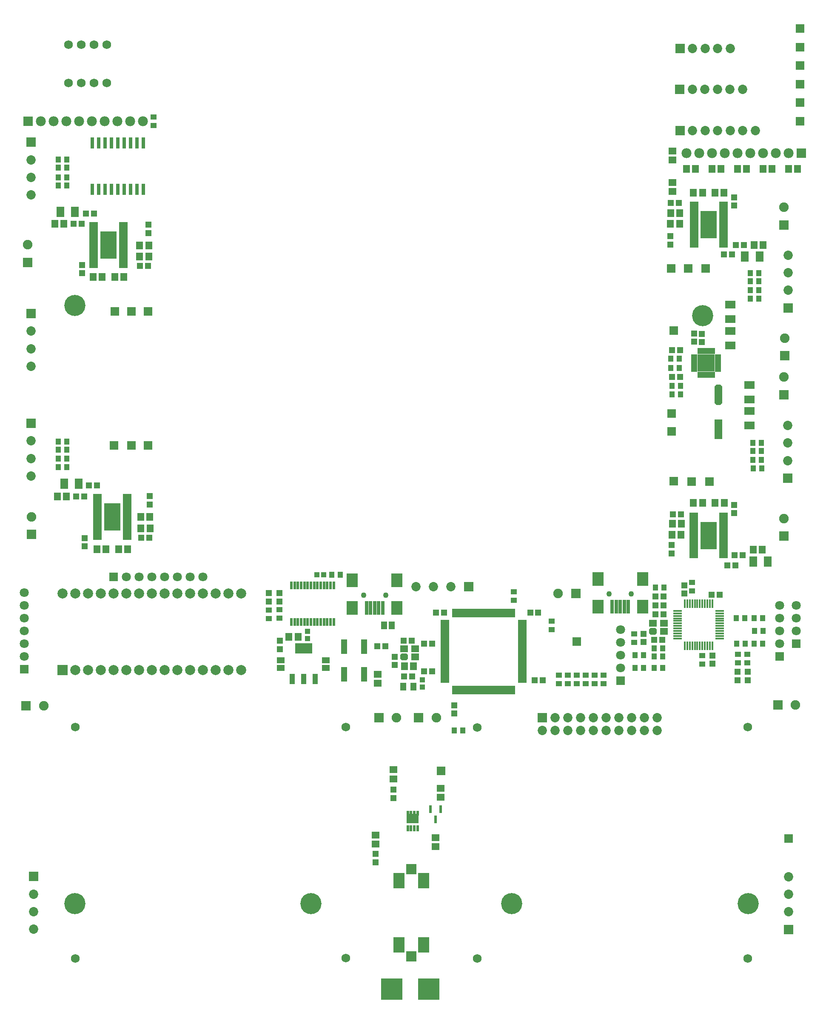
<source format=gbr>
%TF.GenerationSoftware,Altium Limited,Altium NEXUS,2.1.5 (53)*%
G04 Layer_Color=8388736*
%FSLAX44Y44*%
%MOMM*%
%TF.FileFunction,Soldermask,Top*%
%TF.Part,Single*%
G01*
G75*
%TA.AperFunction,SMDPad,CuDef*%
%ADD43R,0.6100X1.6100*%
%ADD85R,1.4032X1.6032*%
%ADD86R,0.5512X1.6002*%
%ADD87R,1.1032X1.2032*%
%ADD88R,1.6032X1.4032*%
%ADD89R,1.2032X2.9532*%
%ADD90R,1.2032X1.2032*%
%ADD91R,1.7632X0.4832*%
%ADD92R,0.4832X1.7632*%
G04:AMPARAMS|DCode=93|XSize=1.6032mm|YSize=1.3532mm|CornerRadius=0mm|HoleSize=0mm|Usage=FLASHONLY|Rotation=180.000|XOffset=0mm|YOffset=0mm|HoleType=Round|Shape=Octagon|*
%AMOCTAGOND93*
4,1,8,-0.8016,0.3383,-0.8016,-0.3383,-0.4633,-0.6766,0.4633,-0.6766,0.8016,-0.3383,0.8016,0.3383,0.4633,0.6766,-0.4633,0.6766,-0.8016,0.3383,0.0*
%
%ADD93OCTAGOND93*%

%ADD94R,1.6032X1.3532*%
%ADD95R,1.2032X1.2032*%
%ADD96R,1.1032X1.0032*%
%ADD97R,1.2032X1.6032*%
%ADD98R,1.2032X1.1032*%
%ADD99R,2.2032X2.7032*%
%ADD100R,0.7032X2.7032*%
%ADD101R,1.3032X1.6032*%
%ADD102R,1.0032X1.1032*%
%ADD103R,1.2032X1.3032*%
%ADD104R,3.3528X3.3528*%
%ADD105R,1.2700X0.5080*%
%ADD106R,0.5080X1.2700*%
%ADD107R,2.0032X1.5032*%
G04:AMPARAMS|DCode=108|XSize=4.0032mm|YSize=1.5032mm|CornerRadius=0mm|HoleSize=0mm|Usage=FLASHONLY|Rotation=270.000|XOffset=0mm|YOffset=0mm|HoleType=Round|Shape=Octagon|*
%AMOCTAGOND108*
4,1,8,-0.3758,-2.0016,0.3758,-2.0016,0.7516,-1.6258,0.7516,1.6258,0.3758,2.0016,-0.3758,2.0016,-0.7516,1.6258,-0.7516,-1.6258,-0.3758,-2.0016,0.0*
%
%ADD108OCTAGOND108*%

%ADD109R,1.5032X4.0032*%
%ADD110R,0.8032X2.2632*%
%ADD111R,0.2802X0.4532*%
%ADD112R,2.4382X1.9282*%
%ADD113R,0.6082X0.7132*%
%ADD114R,0.6082X1.1932*%
%ADD115R,2.2032X3.1032*%
%ADD116R,2.1032X2.1032*%
%ADD117R,1.1032X2.0632*%
%ADD118R,3.3932X2.0632*%
%ADD119R,1.6032X1.3032*%
%ADD120R,3.3032X5.3832*%
%ADD121R,1.6782X0.6532*%
%ADD122R,1.5032X2.0032*%
%ADD123R,1.6652X0.4426*%
%ADD124R,0.4426X1.6652*%
%TA.AperFunction,WasherPad*%
%ADD125C,4.2032*%
%TA.AperFunction,ComponentPad*%
%ADD126C,1.7272*%
%ADD127R,2.0032X2.0032*%
%ADD128C,2.0032*%
%ADD129R,1.8532X1.8532*%
%ADD130C,1.8532*%
%ADD131R,1.8032X1.8032*%
%ADD132R,1.8532X1.8532*%
%ADD133R,1.8032X1.8032*%
%ADD134R,1.9032X1.9032*%
%ADD135C,1.9032*%
%ADD136R,1.9032X1.9032*%
%ADD137C,1.1032*%
%ADD138C,1.8032*%
%ADD139R,1.9812X1.9812*%
%ADD140C,1.9812*%
%ADD141R,4.2032X4.2032*%
D43*
X858610Y417620D02*
D03*
X838110D02*
D03*
X848360Y397720D02*
D03*
D85*
X1550560Y1691640D02*
D03*
X1568560D02*
D03*
X804020Y702310D02*
D03*
X786020D02*
D03*
X556150Y760730D02*
D03*
X574150D02*
D03*
X1517870Y1691640D02*
D03*
X1499870D02*
D03*
X1466960Y1691640D02*
D03*
X1448960D02*
D03*
X1416160D02*
D03*
X1398160D02*
D03*
X1365360D02*
D03*
X1347360D02*
D03*
X113250Y1040130D02*
D03*
X95250D02*
D03*
X90170Y1582420D02*
D03*
X108170D02*
D03*
X261510Y976630D02*
D03*
X279510D02*
D03*
X258970Y1517650D02*
D03*
X276970D02*
D03*
X217060Y934720D02*
D03*
X235060D02*
D03*
X209440Y1477010D02*
D03*
X227440D02*
D03*
X279400Y999490D02*
D03*
X261400D02*
D03*
X276970Y1539240D02*
D03*
X258970D02*
D03*
X173880Y934720D02*
D03*
X191880D02*
D03*
X166260Y1477010D02*
D03*
X184260D02*
D03*
X1498202Y934212D02*
D03*
X1480202D02*
D03*
X1481980Y1540510D02*
D03*
X1499980D02*
D03*
X1337420Y985520D02*
D03*
X1319420D02*
D03*
X1334118Y1604264D02*
D03*
X1316118D02*
D03*
X1379330Y1027430D02*
D03*
X1361330D02*
D03*
X1379330Y1644650D02*
D03*
X1361330D02*
D03*
X1318658Y963930D02*
D03*
X1336658D02*
D03*
X1315610Y1582420D02*
D03*
X1333610D02*
D03*
X1422510Y1027430D02*
D03*
X1404510D02*
D03*
X1422400Y1644650D02*
D03*
X1404400D02*
D03*
D86*
X561000Y863330D02*
D03*
X567500D02*
D03*
X574000D02*
D03*
X580500D02*
D03*
X587000D02*
D03*
X593500D02*
D03*
X600000D02*
D03*
X606500D02*
D03*
X613000D02*
D03*
X619500D02*
D03*
X626000D02*
D03*
X632500D02*
D03*
X639000D02*
D03*
X645500D02*
D03*
X561000Y790210D02*
D03*
X567500D02*
D03*
X574000D02*
D03*
X580500D02*
D03*
X587000D02*
D03*
X600000D02*
D03*
X593500D02*
D03*
X606500D02*
D03*
X613000D02*
D03*
X619500D02*
D03*
X626000D02*
D03*
X632500D02*
D03*
X639000D02*
D03*
X645500D02*
D03*
D87*
X1333364Y1295400D02*
D03*
X1316364D02*
D03*
X1332920Y1314450D02*
D03*
X1315920D02*
D03*
X641740Y883920D02*
D03*
X658740D02*
D03*
X885546Y573922D02*
D03*
X902546D02*
D03*
X1491860Y1450340D02*
D03*
X1474860D02*
D03*
X1491860Y1484630D02*
D03*
X1474860D02*
D03*
X1474860Y1433830D02*
D03*
X1491860D02*
D03*
X1474860Y1468120D02*
D03*
X1491860D02*
D03*
X1496940Y1112520D02*
D03*
X1479940D02*
D03*
X1496940Y1146810D02*
D03*
X1479940D02*
D03*
X1480330Y1096010D02*
D03*
X1497330D02*
D03*
X1479940Y1130300D02*
D03*
X1496940D02*
D03*
X96910Y1710690D02*
D03*
X113910D02*
D03*
X96910Y1675130D02*
D03*
X113910D02*
D03*
X113910Y1694180D02*
D03*
X96910D02*
D03*
X113910Y1658620D02*
D03*
X96910D02*
D03*
X96910Y1149350D02*
D03*
X113910D02*
D03*
X96910Y1115060D02*
D03*
X113910D02*
D03*
X113910Y1132840D02*
D03*
X96910D02*
D03*
X114300Y1098550D02*
D03*
X97300D02*
D03*
X1335650Y1259840D02*
D03*
X1318650D02*
D03*
X1318650Y1243330D02*
D03*
X1335650D02*
D03*
X1482480Y746760D02*
D03*
X1499480D02*
D03*
X1283090Y698500D02*
D03*
X1300090D02*
D03*
X1244990D02*
D03*
X1261990D02*
D03*
X1482870Y772160D02*
D03*
X1499870D02*
D03*
X1464310Y746760D02*
D03*
X1447310D02*
D03*
X1244990Y723900D02*
D03*
X1261990D02*
D03*
X1499480Y797560D02*
D03*
X1482480D02*
D03*
X1463920D02*
D03*
X1446920D02*
D03*
X1300090Y737870D02*
D03*
X1283090D02*
D03*
X1283090Y721360D02*
D03*
X1300090D02*
D03*
X1302630Y858520D02*
D03*
X1285630D02*
D03*
D88*
X732790Y667910D02*
D03*
Y685910D02*
D03*
X848360Y360790D02*
D03*
Y342790D02*
D03*
X728980Y347870D02*
D03*
Y365870D02*
D03*
X764540Y478172D02*
D03*
Y496172D02*
D03*
X858520Y441088D02*
D03*
Y459088D02*
D03*
X1319530Y1647080D02*
D03*
Y1665080D02*
D03*
Y1709310D02*
D03*
Y1727310D02*
D03*
D89*
X705800Y741240D02*
D03*
Y686240D02*
D03*
X665800D02*
D03*
Y741240D02*
D03*
D90*
X732410Y741680D02*
D03*
X748410D02*
D03*
X841120Y692150D02*
D03*
X825120D02*
D03*
X800734Y752856D02*
D03*
X784734D02*
D03*
X801750Y681990D02*
D03*
X785750D02*
D03*
X1036448Y808482D02*
D03*
X1052448D02*
D03*
X1045210Y674370D02*
D03*
X1061210D02*
D03*
X865250Y808482D02*
D03*
X849250D02*
D03*
X841374Y747268D02*
D03*
X825374D02*
D03*
X1335150Y1277620D02*
D03*
X1319150D02*
D03*
X1319150Y1330960D02*
D03*
X1335150D02*
D03*
X158370Y1061720D02*
D03*
X174370D02*
D03*
X152020Y1602740D02*
D03*
X168020D02*
D03*
X132970Y1040130D02*
D03*
X148970D02*
D03*
X143890Y1582420D02*
D03*
X127890D02*
D03*
X262510Y957580D02*
D03*
X278510D02*
D03*
X259970Y1498600D02*
D03*
X275970D02*
D03*
X1444750Y902970D02*
D03*
X1428750D02*
D03*
X1438020Y1521460D02*
D03*
X1422020D02*
D03*
X1459610Y923290D02*
D03*
X1443610D02*
D03*
X1462150Y1540510D02*
D03*
X1446150D02*
D03*
X1336420Y1004570D02*
D03*
X1320420D02*
D03*
X1332610Y1624330D02*
D03*
X1316610D02*
D03*
X1302130Y805180D02*
D03*
X1286130D02*
D03*
X1301750Y822960D02*
D03*
X1285750D02*
D03*
X1413382Y844042D02*
D03*
X1397382D02*
D03*
X1299210Y754380D02*
D03*
X1283210D02*
D03*
X1302130Y840740D02*
D03*
X1286130D02*
D03*
D91*
X866810Y791520D02*
D03*
Y786520D02*
D03*
Y781520D02*
D03*
Y776520D02*
D03*
Y771520D02*
D03*
Y766520D02*
D03*
Y761520D02*
D03*
Y756520D02*
D03*
Y751520D02*
D03*
Y746520D02*
D03*
Y741520D02*
D03*
Y736520D02*
D03*
Y731520D02*
D03*
Y726520D02*
D03*
Y721520D02*
D03*
Y716520D02*
D03*
Y711520D02*
D03*
Y706520D02*
D03*
Y701520D02*
D03*
Y696520D02*
D03*
Y691520D02*
D03*
Y686520D02*
D03*
Y681520D02*
D03*
Y676520D02*
D03*
Y671520D02*
D03*
X1020410D02*
D03*
Y676520D02*
D03*
Y681520D02*
D03*
Y686520D02*
D03*
Y691520D02*
D03*
Y696520D02*
D03*
Y701520D02*
D03*
Y706520D02*
D03*
Y711520D02*
D03*
Y716520D02*
D03*
Y721520D02*
D03*
Y726520D02*
D03*
Y731520D02*
D03*
Y736520D02*
D03*
Y741520D02*
D03*
Y746520D02*
D03*
Y751520D02*
D03*
Y756520D02*
D03*
Y761520D02*
D03*
Y766520D02*
D03*
Y771520D02*
D03*
Y776520D02*
D03*
Y781520D02*
D03*
Y786520D02*
D03*
Y791520D02*
D03*
D92*
X883610Y654720D02*
D03*
X888610D02*
D03*
X893610D02*
D03*
X898610D02*
D03*
X903610D02*
D03*
X908610D02*
D03*
X913610D02*
D03*
X918610D02*
D03*
X923610D02*
D03*
X928610D02*
D03*
X933610D02*
D03*
X938610D02*
D03*
X943610D02*
D03*
X948610D02*
D03*
X953610D02*
D03*
X958610D02*
D03*
X963610D02*
D03*
X968610D02*
D03*
X973610D02*
D03*
X978610D02*
D03*
X983610D02*
D03*
X988610D02*
D03*
X993610D02*
D03*
X998610D02*
D03*
X1003610D02*
D03*
Y808320D02*
D03*
X998610D02*
D03*
X993610D02*
D03*
X988610D02*
D03*
X983610D02*
D03*
X978610D02*
D03*
X973610D02*
D03*
X968610D02*
D03*
X963610D02*
D03*
X958610D02*
D03*
X953610D02*
D03*
X948610D02*
D03*
X943610D02*
D03*
X938610D02*
D03*
X933610D02*
D03*
X928610D02*
D03*
X923610D02*
D03*
X918610D02*
D03*
X913610D02*
D03*
X908610D02*
D03*
X903610D02*
D03*
X898610D02*
D03*
X893610D02*
D03*
X888610D02*
D03*
X883610D02*
D03*
D93*
X785290Y720980D02*
D03*
X1280590Y771780D02*
D03*
D94*
X807290Y736980D02*
D03*
X785290D02*
D03*
X807290Y720980D02*
D03*
X1302590Y787780D02*
D03*
X1280590D02*
D03*
X1302590Y771780D02*
D03*
D95*
X767080Y720470D02*
D03*
Y704470D02*
D03*
X885444Y624458D02*
D03*
Y608458D02*
D03*
X1378204Y1347090D02*
D03*
Y1363090D02*
D03*
X1363218Y1347852D02*
D03*
Y1363852D02*
D03*
X149860Y940690D02*
D03*
Y956690D02*
D03*
X144780Y1484630D02*
D03*
Y1500630D02*
D03*
X1442720Y1022730D02*
D03*
Y1006730D02*
D03*
Y1634870D02*
D03*
Y1618870D02*
D03*
X1262380Y766190D02*
D03*
Y750190D02*
D03*
X1343660Y846710D02*
D03*
Y862710D02*
D03*
X1399540Y723010D02*
D03*
Y707010D02*
D03*
D96*
X821690Y675020D02*
D03*
Y661020D02*
D03*
X593090Y757540D02*
D03*
Y771540D02*
D03*
D97*
X803750Y661670D02*
D03*
X783750D02*
D03*
D98*
X1093470Y667140D02*
D03*
Y684140D02*
D03*
X1111250Y667140D02*
D03*
Y684140D02*
D03*
X1079246Y775344D02*
D03*
Y792344D02*
D03*
X1129030Y667140D02*
D03*
Y684140D02*
D03*
X1146810Y667140D02*
D03*
Y684140D02*
D03*
X1182370Y684140D02*
D03*
Y667140D02*
D03*
X1164590Y684140D02*
D03*
Y667140D02*
D03*
X1003554Y850764D02*
D03*
Y833764D02*
D03*
X537718Y814442D02*
D03*
Y797442D02*
D03*
X515874Y814188D02*
D03*
Y797188D02*
D03*
X286512Y1778390D02*
D03*
Y1795390D02*
D03*
X1243330Y749690D02*
D03*
Y766690D02*
D03*
X1379220Y706510D02*
D03*
Y723510D02*
D03*
X1358646Y869306D02*
D03*
Y852306D02*
D03*
X1449832Y709050D02*
D03*
Y726050D02*
D03*
X1468882Y708796D02*
D03*
Y725796D02*
D03*
D99*
X682192Y873234D02*
D03*
X771392D02*
D03*
X682192Y818434D02*
D03*
X771392D02*
D03*
X1171200Y875520D02*
D03*
X1260400D02*
D03*
X1171200Y820720D02*
D03*
X1260400D02*
D03*
D100*
X710792Y818434D02*
D03*
X718792D02*
D03*
X726792D02*
D03*
X734792D02*
D03*
X742792D02*
D03*
X1199800Y820720D02*
D03*
X1207800D02*
D03*
X1215800D02*
D03*
X1223800D02*
D03*
X1231800D02*
D03*
D101*
X760610Y783590D02*
D03*
X745610D02*
D03*
D102*
X611490Y883920D02*
D03*
X625490D02*
D03*
D103*
X537464Y848106D02*
D03*
Y831106D02*
D03*
X516128Y848106D02*
D03*
Y831106D02*
D03*
X728980Y311540D02*
D03*
Y328540D02*
D03*
X764540Y439302D02*
D03*
Y456302D02*
D03*
X538480Y735720D02*
D03*
Y752720D02*
D03*
X279400Y1041010D02*
D03*
Y1024010D02*
D03*
X276860Y1581150D02*
D03*
Y1564150D02*
D03*
X1318006Y926728D02*
D03*
Y943728D02*
D03*
X1315720Y1540900D02*
D03*
Y1557900D02*
D03*
X1449578Y691506D02*
D03*
Y674506D02*
D03*
X1469136D02*
D03*
Y691506D02*
D03*
D104*
X1386840Y1305560D02*
D03*
D105*
X1410462Y1320546D02*
D03*
Y1315466D02*
D03*
Y1310640D02*
D03*
Y1305560D02*
D03*
Y1300480D02*
D03*
Y1295654D02*
D03*
Y1290574D02*
D03*
X1363218D02*
D03*
Y1295654D02*
D03*
Y1300480D02*
D03*
Y1305560D02*
D03*
Y1310640D02*
D03*
Y1315466D02*
D03*
Y1320546D02*
D03*
D106*
X1401826Y1281938D02*
D03*
X1396746D02*
D03*
X1391920D02*
D03*
X1386840D02*
D03*
X1381760D02*
D03*
X1376934D02*
D03*
X1371854D02*
D03*
Y1329182D02*
D03*
X1376934D02*
D03*
X1381760D02*
D03*
X1386840D02*
D03*
X1391920D02*
D03*
X1396746D02*
D03*
X1401826D02*
D03*
D107*
X1473200Y1261640D02*
D03*
Y1232640D02*
D03*
X1473200Y1210310D02*
D03*
Y1181310D02*
D03*
X1435100Y1340590D02*
D03*
Y1369590D02*
D03*
Y1392660D02*
D03*
Y1421660D02*
D03*
D108*
X1410970Y1242060D02*
D03*
D109*
Y1174060D02*
D03*
D110*
X165100Y1743710D02*
D03*
X177800D02*
D03*
X190500D02*
D03*
X203200D02*
D03*
X215900D02*
D03*
X228600D02*
D03*
X241300D02*
D03*
X254000D02*
D03*
X266700D02*
D03*
Y1650910D02*
D03*
X254000D02*
D03*
X241300D02*
D03*
X228600D02*
D03*
X215900D02*
D03*
X203200D02*
D03*
X190500D02*
D03*
X177800D02*
D03*
X165100D02*
D03*
D111*
X791080Y406720D02*
D03*
X814200D02*
D03*
D112*
X802620Y399350D02*
D03*
D113*
X792720Y410520D02*
D03*
X799320D02*
D03*
X805920D02*
D03*
X812520D02*
D03*
D114*
Y379420D02*
D03*
X805920D02*
D03*
X799320D02*
D03*
X792720D02*
D03*
D115*
X824230Y275590D02*
D03*
X775230D02*
D03*
X824230Y147990D02*
D03*
X775230D02*
D03*
D116*
X799730Y298490D02*
D03*
Y125090D02*
D03*
D117*
X562470Y676640D02*
D03*
X585470D02*
D03*
X608470D02*
D03*
D118*
X585470Y738140D02*
D03*
D119*
X539750Y698620D02*
D03*
Y713620D02*
D03*
X629920Y713620D02*
D03*
Y698620D02*
D03*
D120*
X204470Y999490D02*
D03*
X196850Y1540510D02*
D03*
X1391750Y962470D02*
D03*
X1391920Y1581150D02*
D03*
D121*
X233850Y1041740D02*
D03*
Y1035240D02*
D03*
Y1028740D02*
D03*
Y1022240D02*
D03*
Y1015740D02*
D03*
Y1009240D02*
D03*
Y1002740D02*
D03*
Y996240D02*
D03*
Y989740D02*
D03*
Y983240D02*
D03*
Y976740D02*
D03*
Y970240D02*
D03*
Y963740D02*
D03*
Y957240D02*
D03*
X175090D02*
D03*
Y963740D02*
D03*
Y970240D02*
D03*
Y976740D02*
D03*
Y983240D02*
D03*
Y989740D02*
D03*
Y996240D02*
D03*
Y1002740D02*
D03*
Y1009240D02*
D03*
Y1015740D02*
D03*
Y1022240D02*
D03*
Y1028740D02*
D03*
Y1035240D02*
D03*
Y1041740D02*
D03*
X226230Y1582760D02*
D03*
Y1576260D02*
D03*
Y1569760D02*
D03*
Y1563260D02*
D03*
Y1556760D02*
D03*
Y1550260D02*
D03*
Y1543760D02*
D03*
Y1537260D02*
D03*
Y1530760D02*
D03*
Y1524260D02*
D03*
Y1517760D02*
D03*
Y1511260D02*
D03*
Y1504760D02*
D03*
Y1498260D02*
D03*
X167470D02*
D03*
Y1504760D02*
D03*
Y1511260D02*
D03*
Y1517760D02*
D03*
Y1524260D02*
D03*
Y1530760D02*
D03*
Y1537260D02*
D03*
Y1543760D02*
D03*
Y1550260D02*
D03*
Y1556760D02*
D03*
Y1563260D02*
D03*
Y1569760D02*
D03*
Y1576260D02*
D03*
Y1582760D02*
D03*
X1362370Y920220D02*
D03*
Y926720D02*
D03*
Y933220D02*
D03*
Y939720D02*
D03*
Y946220D02*
D03*
Y952720D02*
D03*
Y959220D02*
D03*
Y965720D02*
D03*
Y972220D02*
D03*
Y978720D02*
D03*
Y985220D02*
D03*
Y991720D02*
D03*
Y998220D02*
D03*
Y1004720D02*
D03*
X1421130D02*
D03*
Y998220D02*
D03*
Y991720D02*
D03*
Y985220D02*
D03*
Y978720D02*
D03*
Y972220D02*
D03*
Y965720D02*
D03*
Y959220D02*
D03*
Y952720D02*
D03*
Y946220D02*
D03*
Y939720D02*
D03*
Y933220D02*
D03*
Y926720D02*
D03*
Y920220D02*
D03*
X1362540Y1538900D02*
D03*
Y1545400D02*
D03*
Y1551900D02*
D03*
Y1558400D02*
D03*
Y1564900D02*
D03*
Y1571400D02*
D03*
Y1577900D02*
D03*
Y1584400D02*
D03*
Y1590900D02*
D03*
Y1597400D02*
D03*
Y1603900D02*
D03*
Y1610400D02*
D03*
Y1616900D02*
D03*
Y1623400D02*
D03*
X1421300D02*
D03*
Y1616900D02*
D03*
Y1610400D02*
D03*
Y1603900D02*
D03*
Y1597400D02*
D03*
Y1590900D02*
D03*
Y1584400D02*
D03*
Y1577900D02*
D03*
Y1571400D02*
D03*
Y1564900D02*
D03*
Y1558400D02*
D03*
Y1551900D02*
D03*
Y1545400D02*
D03*
Y1538900D02*
D03*
D122*
X108690Y1065530D02*
D03*
X137690D02*
D03*
X101070Y1606550D02*
D03*
X130070D02*
D03*
X1480290Y910082D02*
D03*
X1509290D02*
D03*
X1492780Y1517650D02*
D03*
X1463780D02*
D03*
D123*
X1329436Y812360D02*
D03*
Y807360D02*
D03*
Y802360D02*
D03*
Y797360D02*
D03*
Y792360D02*
D03*
Y787360D02*
D03*
Y782360D02*
D03*
Y777360D02*
D03*
Y772360D02*
D03*
Y767360D02*
D03*
Y762360D02*
D03*
Y757360D02*
D03*
X1413764D02*
D03*
Y762360D02*
D03*
Y767360D02*
D03*
Y772360D02*
D03*
Y777360D02*
D03*
Y782360D02*
D03*
Y787360D02*
D03*
Y792360D02*
D03*
Y797360D02*
D03*
Y802360D02*
D03*
Y807360D02*
D03*
Y812360D02*
D03*
D124*
X1344100Y742696D02*
D03*
X1349100D02*
D03*
X1354100D02*
D03*
X1359100D02*
D03*
X1364100D02*
D03*
X1369100D02*
D03*
X1374100D02*
D03*
X1379100D02*
D03*
X1384100D02*
D03*
X1389100D02*
D03*
X1394100D02*
D03*
X1399100D02*
D03*
Y827024D02*
D03*
X1394100D02*
D03*
X1389100D02*
D03*
X1384100D02*
D03*
X1379100D02*
D03*
X1374100D02*
D03*
X1369100D02*
D03*
X1364100D02*
D03*
X1359100D02*
D03*
X1354100D02*
D03*
X1349100D02*
D03*
X1344100D02*
D03*
D125*
X1380000Y1400000D02*
D03*
X130000Y1420000D02*
D03*
X1000000Y230000D02*
D03*
X600000D02*
D03*
X130000D02*
D03*
X1470000D02*
D03*
D126*
X669290Y581406D02*
D03*
Y121666D02*
D03*
X130810Y581406D02*
D03*
Y120396D02*
D03*
X117602Y1863090D02*
D03*
X143002D02*
D03*
X168402D02*
D03*
X193802D02*
D03*
X117602Y1939290D02*
D03*
X143002D02*
D03*
X168402D02*
D03*
X193802D02*
D03*
X1469240Y581140D02*
D03*
Y120130D02*
D03*
X930760Y579870D02*
D03*
Y120130D02*
D03*
D127*
X105410Y694690D02*
D03*
D128*
X130810D02*
D03*
X156210D02*
D03*
X181610D02*
D03*
X207010D02*
D03*
X232410D02*
D03*
X257810D02*
D03*
X283210D02*
D03*
X308610D02*
D03*
X334010D02*
D03*
X359410D02*
D03*
X384810D02*
D03*
X410210D02*
D03*
X435610D02*
D03*
X461010D02*
D03*
Y847090D02*
D03*
X435610D02*
D03*
X410210D02*
D03*
X384810D02*
D03*
X359410D02*
D03*
X334010D02*
D03*
X308610D02*
D03*
X283210D02*
D03*
X257810D02*
D03*
X232410D02*
D03*
X207010D02*
D03*
X181610D02*
D03*
X156210D02*
D03*
X130810D02*
D03*
X105410D02*
D03*
D129*
X913814Y860552D02*
D03*
X1334700Y1931670D02*
D03*
X1334300Y1850390D02*
D03*
X1334700Y1767840D02*
D03*
D130*
X878814Y860552D02*
D03*
X843814D02*
D03*
X808814D02*
D03*
X1060450Y574040D02*
D03*
X1085850Y599440D02*
D03*
Y574040D02*
D03*
X1111250Y599440D02*
D03*
Y574040D02*
D03*
X1136650Y599440D02*
D03*
Y574040D02*
D03*
X1162050Y599440D02*
D03*
Y574040D02*
D03*
X1187450Y599440D02*
D03*
Y574040D02*
D03*
X1212850Y599440D02*
D03*
Y574040D02*
D03*
X1238250Y599440D02*
D03*
Y574040D02*
D03*
X1263650Y599440D02*
D03*
Y574040D02*
D03*
X1289050Y599440D02*
D03*
Y574040D02*
D03*
X1550670Y283360D02*
D03*
Y248360D02*
D03*
Y213360D02*
D03*
X48260Y178640D02*
D03*
Y213640D02*
D03*
Y248640D02*
D03*
X43180Y1299060D02*
D03*
Y1334060D02*
D03*
Y1369060D02*
D03*
X1550000Y1520340D02*
D03*
Y1485340D02*
D03*
Y1450340D02*
D03*
X1549400Y1181530D02*
D03*
Y1146530D02*
D03*
Y1111530D02*
D03*
X43180Y1640130D02*
D03*
Y1675130D02*
D03*
Y1710130D02*
D03*
Y1080620D02*
D03*
Y1115620D02*
D03*
Y1150620D02*
D03*
X1434700Y1931670D02*
D03*
X1409700D02*
D03*
X1384700D02*
D03*
X1359700D02*
D03*
X1359300Y1850390D02*
D03*
X1384300D02*
D03*
X1409300D02*
D03*
X1434300D02*
D03*
X1459300D02*
D03*
X1359700Y1767840D02*
D03*
X1384700D02*
D03*
X1409700D02*
D03*
X1434700D02*
D03*
X1459700D02*
D03*
X1484700D02*
D03*
D131*
X1129030Y751332D02*
D03*
X1393190Y1069340D02*
D03*
X1357630D02*
D03*
X1322070Y1070610D02*
D03*
X1385570Y1493520D02*
D03*
X1351280D02*
D03*
X1316990D02*
D03*
X1573530Y1860550D02*
D03*
Y1786890D02*
D03*
Y1823720D02*
D03*
Y1897380D02*
D03*
Y1934210D02*
D03*
Y1971040D02*
D03*
X209550Y1408430D02*
D03*
X242570D02*
D03*
X275590D02*
D03*
X208280Y1141730D02*
D03*
X242570D02*
D03*
X858774Y493776D02*
D03*
X275590Y1141730D02*
D03*
X1550670Y359664D02*
D03*
X207010Y880110D02*
D03*
D132*
X1060450Y599440D02*
D03*
X1550670Y178360D02*
D03*
X48260Y283640D02*
D03*
X43180Y1404060D02*
D03*
X1550000Y1415340D02*
D03*
X1549400Y1076530D02*
D03*
X43180Y1745130D02*
D03*
Y1185620D02*
D03*
D133*
X1318260Y1205230D02*
D03*
Y1169670D02*
D03*
X1322070Y1370330D02*
D03*
X29210Y695960D02*
D03*
X1216660Y673100D02*
D03*
X1532890Y721360D02*
D03*
X1566418Y746760D02*
D03*
D134*
X1127200Y847090D02*
D03*
X1529640Y624840D02*
D03*
X814578Y599694D02*
D03*
X33020Y623824D02*
D03*
X735382Y599694D02*
D03*
D135*
X1092200Y847090D02*
D03*
X1543050Y1355090D02*
D03*
X1541780Y996390D02*
D03*
X1564640Y624840D02*
D03*
X849578Y599694D02*
D03*
X68020Y623824D02*
D03*
X770382Y599694D02*
D03*
X1541780Y1277620D02*
D03*
X35814Y1541018D02*
D03*
X1541272Y1615440D02*
D03*
X43434Y999236D02*
D03*
D136*
X1543050Y1320090D02*
D03*
X1541780Y961390D02*
D03*
Y1242620D02*
D03*
X35814Y1506018D02*
D03*
X1541272Y1580440D02*
D03*
X43434Y964236D02*
D03*
D137*
X704792Y843534D02*
D03*
X748792D02*
D03*
X1193800Y845820D02*
D03*
X1237800D02*
D03*
D138*
X384810Y880110D02*
D03*
X359410D02*
D03*
X334010D02*
D03*
X308610D02*
D03*
X283210D02*
D03*
X257810D02*
D03*
X232410D02*
D03*
X29210Y848360D02*
D03*
Y822960D02*
D03*
Y797560D02*
D03*
Y772160D02*
D03*
Y721360D02*
D03*
Y746760D02*
D03*
X1216660Y698500D02*
D03*
Y723900D02*
D03*
Y749300D02*
D03*
Y774700D02*
D03*
X1532890Y746760D02*
D03*
Y772160D02*
D03*
Y797560D02*
D03*
Y822960D02*
D03*
X1566418D02*
D03*
Y797560D02*
D03*
Y772160D02*
D03*
D139*
X36830Y1786890D02*
D03*
X1576070Y1723390D02*
D03*
D140*
X62230Y1786890D02*
D03*
X87630D02*
D03*
X113030D02*
D03*
X138430D02*
D03*
X163830D02*
D03*
X189230D02*
D03*
X214630D02*
D03*
X240030D02*
D03*
X265430D02*
D03*
X1550670Y1723390D02*
D03*
X1525270D02*
D03*
X1499870D02*
D03*
X1474470D02*
D03*
X1449070D02*
D03*
X1423670D02*
D03*
X1398270D02*
D03*
X1372870D02*
D03*
X1347470D02*
D03*
D141*
X834390Y59690D02*
D03*
X760730D02*
D03*
%TF.MD5,a3aa4e8a742f437e3fe48b1a7aebc397*%
M02*

</source>
